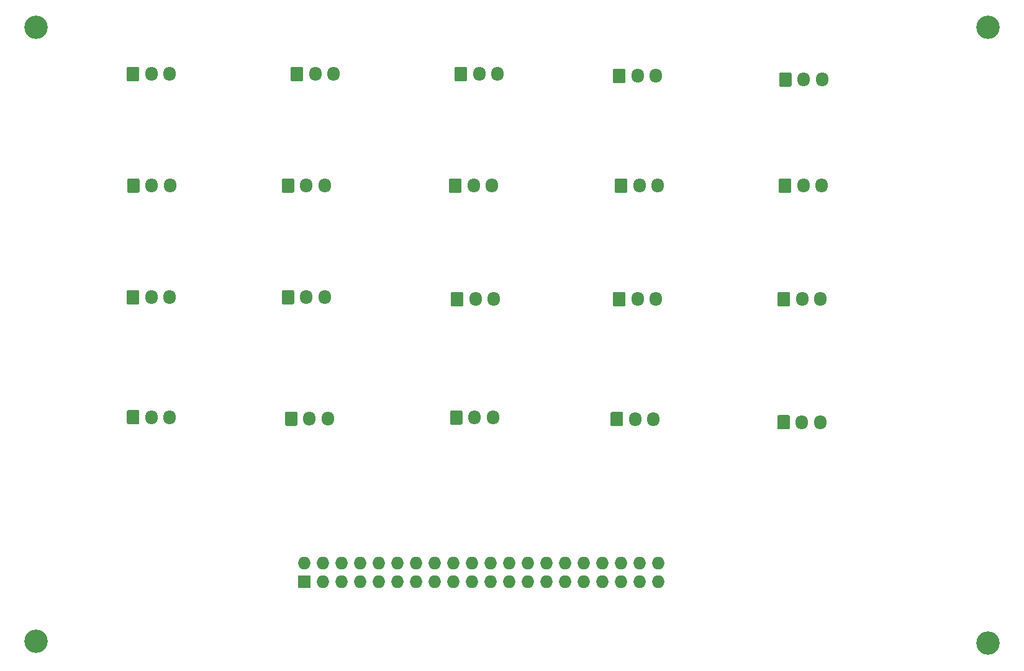
<source format=gbr>
G04 #@! TF.GenerationSoftware,KiCad,Pcbnew,5.1.5+dfsg1-2build2*
G04 #@! TF.CreationDate,2020-12-13T15:53:48+04:00*
G04 #@! TF.ProjectId,raspberryButton1,72617370-6265-4727-9279-427574746f6e,rev?*
G04 #@! TF.SameCoordinates,Original*
G04 #@! TF.FileFunction,Soldermask,Bot*
G04 #@! TF.FilePolarity,Negative*
%FSLAX46Y46*%
G04 Gerber Fmt 4.6, Leading zero omitted, Abs format (unit mm)*
G04 Created by KiCad (PCBNEW 5.1.5+dfsg1-2build2) date 2020-12-13 15:53:48*
%MOMM*%
%LPD*%
G04 APERTURE LIST*
%ADD10C,3.200000*%
%ADD11O,1.702580X1.952580*%
%ADD12C,0.100000*%
%ADD13R,1.727200X1.727200*%
%ADD14O,1.727200X1.727200*%
G04 APERTURE END LIST*
D10*
X223520000Y-38354000D03*
X223520000Y-122428000D03*
X93726000Y-122174000D03*
X93726000Y-38354000D03*
D11*
X111954320Y-91561920D03*
X109454320Y-91561920D03*
D12*
G36*
X107579863Y-90586835D02*
G01*
X107604158Y-90590439D01*
X107627983Y-90596407D01*
X107651109Y-90604681D01*
X107673312Y-90615183D01*
X107694379Y-90627810D01*
X107714106Y-90642441D01*
X107732305Y-90658935D01*
X107748799Y-90677134D01*
X107763430Y-90696861D01*
X107776057Y-90717928D01*
X107786559Y-90740131D01*
X107794833Y-90763257D01*
X107800801Y-90787082D01*
X107804405Y-90811377D01*
X107805610Y-90835909D01*
X107805610Y-92287931D01*
X107804405Y-92312463D01*
X107800801Y-92336758D01*
X107794833Y-92360583D01*
X107786559Y-92383709D01*
X107776057Y-92405912D01*
X107763430Y-92426979D01*
X107748799Y-92446706D01*
X107732305Y-92464905D01*
X107714106Y-92481399D01*
X107694379Y-92496030D01*
X107673312Y-92508657D01*
X107651109Y-92519159D01*
X107627983Y-92527433D01*
X107604158Y-92533401D01*
X107579863Y-92537005D01*
X107555331Y-92538210D01*
X106353309Y-92538210D01*
X106328777Y-92537005D01*
X106304482Y-92533401D01*
X106280657Y-92527433D01*
X106257531Y-92519159D01*
X106235328Y-92508657D01*
X106214261Y-92496030D01*
X106194534Y-92481399D01*
X106176335Y-92464905D01*
X106159841Y-92446706D01*
X106145210Y-92426979D01*
X106132583Y-92405912D01*
X106122081Y-92383709D01*
X106113807Y-92360583D01*
X106107839Y-92336758D01*
X106104235Y-92312463D01*
X106103030Y-92287931D01*
X106103030Y-90835909D01*
X106104235Y-90811377D01*
X106107839Y-90787082D01*
X106113807Y-90763257D01*
X106122081Y-90740131D01*
X106132583Y-90717928D01*
X106145210Y-90696861D01*
X106159841Y-90677134D01*
X106176335Y-90658935D01*
X106194534Y-90642441D01*
X106214261Y-90627810D01*
X106235328Y-90615183D01*
X106257531Y-90604681D01*
X106280657Y-90596407D01*
X106304482Y-90590439D01*
X106328777Y-90586835D01*
X106353309Y-90585630D01*
X107555331Y-90585630D01*
X107579863Y-90586835D01*
G37*
G36*
X129125543Y-90778915D02*
G01*
X129149838Y-90782519D01*
X129173663Y-90788487D01*
X129196789Y-90796761D01*
X129218992Y-90807263D01*
X129240059Y-90819890D01*
X129259786Y-90834521D01*
X129277985Y-90851015D01*
X129294479Y-90869214D01*
X129309110Y-90888941D01*
X129321737Y-90910008D01*
X129332239Y-90932211D01*
X129340513Y-90955337D01*
X129346481Y-90979162D01*
X129350085Y-91003457D01*
X129351290Y-91027989D01*
X129351290Y-92480011D01*
X129350085Y-92504543D01*
X129346481Y-92528838D01*
X129340513Y-92552663D01*
X129332239Y-92575789D01*
X129321737Y-92597992D01*
X129309110Y-92619059D01*
X129294479Y-92638786D01*
X129277985Y-92656985D01*
X129259786Y-92673479D01*
X129240059Y-92688110D01*
X129218992Y-92700737D01*
X129196789Y-92711239D01*
X129173663Y-92719513D01*
X129149838Y-92725481D01*
X129125543Y-92729085D01*
X129101011Y-92730290D01*
X127898989Y-92730290D01*
X127874457Y-92729085D01*
X127850162Y-92725481D01*
X127826337Y-92719513D01*
X127803211Y-92711239D01*
X127781008Y-92700737D01*
X127759941Y-92688110D01*
X127740214Y-92673479D01*
X127722015Y-92656985D01*
X127705521Y-92638786D01*
X127690890Y-92619059D01*
X127678263Y-92597992D01*
X127667761Y-92575789D01*
X127659487Y-92552663D01*
X127653519Y-92528838D01*
X127649915Y-92504543D01*
X127648710Y-92480011D01*
X127648710Y-91027989D01*
X127649915Y-91003457D01*
X127653519Y-90979162D01*
X127659487Y-90955337D01*
X127667761Y-90932211D01*
X127678263Y-90910008D01*
X127690890Y-90888941D01*
X127705521Y-90869214D01*
X127722015Y-90851015D01*
X127740214Y-90834521D01*
X127759941Y-90819890D01*
X127781008Y-90807263D01*
X127803211Y-90796761D01*
X127826337Y-90788487D01*
X127850162Y-90782519D01*
X127874457Y-90778915D01*
X127898989Y-90777710D01*
X129101011Y-90777710D01*
X129125543Y-90778915D01*
G37*
D11*
X131000000Y-91754000D03*
X133500000Y-91754000D03*
X156000000Y-91600000D03*
X153500000Y-91600000D03*
D12*
G36*
X151625543Y-90624915D02*
G01*
X151649838Y-90628519D01*
X151673663Y-90634487D01*
X151696789Y-90642761D01*
X151718992Y-90653263D01*
X151740059Y-90665890D01*
X151759786Y-90680521D01*
X151777985Y-90697015D01*
X151794479Y-90715214D01*
X151809110Y-90734941D01*
X151821737Y-90756008D01*
X151832239Y-90778211D01*
X151840513Y-90801337D01*
X151846481Y-90825162D01*
X151850085Y-90849457D01*
X151851290Y-90873989D01*
X151851290Y-92326011D01*
X151850085Y-92350543D01*
X151846481Y-92374838D01*
X151840513Y-92398663D01*
X151832239Y-92421789D01*
X151821737Y-92443992D01*
X151809110Y-92465059D01*
X151794479Y-92484786D01*
X151777985Y-92502985D01*
X151759786Y-92519479D01*
X151740059Y-92534110D01*
X151718992Y-92546737D01*
X151696789Y-92557239D01*
X151673663Y-92565513D01*
X151649838Y-92571481D01*
X151625543Y-92575085D01*
X151601011Y-92576290D01*
X150398989Y-92576290D01*
X150374457Y-92575085D01*
X150350162Y-92571481D01*
X150326337Y-92565513D01*
X150303211Y-92557239D01*
X150281008Y-92546737D01*
X150259941Y-92534110D01*
X150240214Y-92519479D01*
X150222015Y-92502985D01*
X150205521Y-92484786D01*
X150190890Y-92465059D01*
X150178263Y-92443992D01*
X150167761Y-92421789D01*
X150159487Y-92398663D01*
X150153519Y-92374838D01*
X150149915Y-92350543D01*
X150148710Y-92326011D01*
X150148710Y-90873989D01*
X150149915Y-90849457D01*
X150153519Y-90825162D01*
X150159487Y-90801337D01*
X150167761Y-90778211D01*
X150178263Y-90756008D01*
X150190890Y-90734941D01*
X150205521Y-90715214D01*
X150222015Y-90697015D01*
X150240214Y-90680521D01*
X150259941Y-90665890D01*
X150281008Y-90653263D01*
X150303211Y-90642761D01*
X150326337Y-90634487D01*
X150350162Y-90628519D01*
X150374457Y-90624915D01*
X150398989Y-90623710D01*
X151601011Y-90623710D01*
X151625543Y-90624915D01*
G37*
G36*
X173525543Y-90824915D02*
G01*
X173549838Y-90828519D01*
X173573663Y-90834487D01*
X173596789Y-90842761D01*
X173618992Y-90853263D01*
X173640059Y-90865890D01*
X173659786Y-90880521D01*
X173677985Y-90897015D01*
X173694479Y-90915214D01*
X173709110Y-90934941D01*
X173721737Y-90956008D01*
X173732239Y-90978211D01*
X173740513Y-91001337D01*
X173746481Y-91025162D01*
X173750085Y-91049457D01*
X173751290Y-91073989D01*
X173751290Y-92526011D01*
X173750085Y-92550543D01*
X173746481Y-92574838D01*
X173740513Y-92598663D01*
X173732239Y-92621789D01*
X173721737Y-92643992D01*
X173709110Y-92665059D01*
X173694479Y-92684786D01*
X173677985Y-92702985D01*
X173659786Y-92719479D01*
X173640059Y-92734110D01*
X173618992Y-92746737D01*
X173596789Y-92757239D01*
X173573663Y-92765513D01*
X173549838Y-92771481D01*
X173525543Y-92775085D01*
X173501011Y-92776290D01*
X172298989Y-92776290D01*
X172274457Y-92775085D01*
X172250162Y-92771481D01*
X172226337Y-92765513D01*
X172203211Y-92757239D01*
X172181008Y-92746737D01*
X172159941Y-92734110D01*
X172140214Y-92719479D01*
X172122015Y-92702985D01*
X172105521Y-92684786D01*
X172090890Y-92665059D01*
X172078263Y-92643992D01*
X172067761Y-92621789D01*
X172059487Y-92598663D01*
X172053519Y-92574838D01*
X172049915Y-92550543D01*
X172048710Y-92526011D01*
X172048710Y-91073989D01*
X172049915Y-91049457D01*
X172053519Y-91025162D01*
X172059487Y-91001337D01*
X172067761Y-90978211D01*
X172078263Y-90956008D01*
X172090890Y-90934941D01*
X172105521Y-90915214D01*
X172122015Y-90897015D01*
X172140214Y-90880521D01*
X172159941Y-90865890D01*
X172181008Y-90853263D01*
X172203211Y-90842761D01*
X172226337Y-90834487D01*
X172250162Y-90828519D01*
X172274457Y-90824915D01*
X172298989Y-90823710D01*
X173501011Y-90823710D01*
X173525543Y-90824915D01*
G37*
D11*
X175400000Y-91800000D03*
X177900000Y-91800000D03*
X200638000Y-92254000D03*
X198138000Y-92254000D03*
D12*
G36*
X196263543Y-91278915D02*
G01*
X196287838Y-91282519D01*
X196311663Y-91288487D01*
X196334789Y-91296761D01*
X196356992Y-91307263D01*
X196378059Y-91319890D01*
X196397786Y-91334521D01*
X196415985Y-91351015D01*
X196432479Y-91369214D01*
X196447110Y-91388941D01*
X196459737Y-91410008D01*
X196470239Y-91432211D01*
X196478513Y-91455337D01*
X196484481Y-91479162D01*
X196488085Y-91503457D01*
X196489290Y-91527989D01*
X196489290Y-92980011D01*
X196488085Y-93004543D01*
X196484481Y-93028838D01*
X196478513Y-93052663D01*
X196470239Y-93075789D01*
X196459737Y-93097992D01*
X196447110Y-93119059D01*
X196432479Y-93138786D01*
X196415985Y-93156985D01*
X196397786Y-93173479D01*
X196378059Y-93188110D01*
X196356992Y-93200737D01*
X196334789Y-93211239D01*
X196311663Y-93219513D01*
X196287838Y-93225481D01*
X196263543Y-93229085D01*
X196239011Y-93230290D01*
X195036989Y-93230290D01*
X195012457Y-93229085D01*
X194988162Y-93225481D01*
X194964337Y-93219513D01*
X194941211Y-93211239D01*
X194919008Y-93200737D01*
X194897941Y-93188110D01*
X194878214Y-93173479D01*
X194860015Y-93156985D01*
X194843521Y-93138786D01*
X194828890Y-93119059D01*
X194816263Y-93097992D01*
X194805761Y-93075789D01*
X194797487Y-93052663D01*
X194791519Y-93028838D01*
X194787915Y-93004543D01*
X194786710Y-92980011D01*
X194786710Y-91527989D01*
X194787915Y-91503457D01*
X194791519Y-91479162D01*
X194797487Y-91455337D01*
X194805761Y-91432211D01*
X194816263Y-91410008D01*
X194828890Y-91388941D01*
X194843521Y-91369214D01*
X194860015Y-91351015D01*
X194878214Y-91334521D01*
X194897941Y-91319890D01*
X194919008Y-91307263D01*
X194941211Y-91296761D01*
X194964337Y-91288487D01*
X194988162Y-91282519D01*
X195012457Y-91278915D01*
X195036989Y-91277710D01*
X196239011Y-91277710D01*
X196263543Y-91278915D01*
G37*
G36*
X107559543Y-74208915D02*
G01*
X107583838Y-74212519D01*
X107607663Y-74218487D01*
X107630789Y-74226761D01*
X107652992Y-74237263D01*
X107674059Y-74249890D01*
X107693786Y-74264521D01*
X107711985Y-74281015D01*
X107728479Y-74299214D01*
X107743110Y-74318941D01*
X107755737Y-74340008D01*
X107766239Y-74362211D01*
X107774513Y-74385337D01*
X107780481Y-74409162D01*
X107784085Y-74433457D01*
X107785290Y-74457989D01*
X107785290Y-75910011D01*
X107784085Y-75934543D01*
X107780481Y-75958838D01*
X107774513Y-75982663D01*
X107766239Y-76005789D01*
X107755737Y-76027992D01*
X107743110Y-76049059D01*
X107728479Y-76068786D01*
X107711985Y-76086985D01*
X107693786Y-76103479D01*
X107674059Y-76118110D01*
X107652992Y-76130737D01*
X107630789Y-76141239D01*
X107607663Y-76149513D01*
X107583838Y-76155481D01*
X107559543Y-76159085D01*
X107535011Y-76160290D01*
X106332989Y-76160290D01*
X106308457Y-76159085D01*
X106284162Y-76155481D01*
X106260337Y-76149513D01*
X106237211Y-76141239D01*
X106215008Y-76130737D01*
X106193941Y-76118110D01*
X106174214Y-76103479D01*
X106156015Y-76086985D01*
X106139521Y-76068786D01*
X106124890Y-76049059D01*
X106112263Y-76027992D01*
X106101761Y-76005789D01*
X106093487Y-75982663D01*
X106087519Y-75958838D01*
X106083915Y-75934543D01*
X106082710Y-75910011D01*
X106082710Y-74457989D01*
X106083915Y-74433457D01*
X106087519Y-74409162D01*
X106093487Y-74385337D01*
X106101761Y-74362211D01*
X106112263Y-74340008D01*
X106124890Y-74318941D01*
X106139521Y-74299214D01*
X106156015Y-74281015D01*
X106174214Y-74264521D01*
X106193941Y-74249890D01*
X106215008Y-74237263D01*
X106237211Y-74226761D01*
X106260337Y-74218487D01*
X106284162Y-74212519D01*
X106308457Y-74208915D01*
X106332989Y-74207710D01*
X107535011Y-74207710D01*
X107559543Y-74208915D01*
G37*
D11*
X109434000Y-75184000D03*
X111934000Y-75184000D03*
X133056000Y-75184000D03*
X130556000Y-75184000D03*
D12*
G36*
X128681543Y-74208915D02*
G01*
X128705838Y-74212519D01*
X128729663Y-74218487D01*
X128752789Y-74226761D01*
X128774992Y-74237263D01*
X128796059Y-74249890D01*
X128815786Y-74264521D01*
X128833985Y-74281015D01*
X128850479Y-74299214D01*
X128865110Y-74318941D01*
X128877737Y-74340008D01*
X128888239Y-74362211D01*
X128896513Y-74385337D01*
X128902481Y-74409162D01*
X128906085Y-74433457D01*
X128907290Y-74457989D01*
X128907290Y-75910011D01*
X128906085Y-75934543D01*
X128902481Y-75958838D01*
X128896513Y-75982663D01*
X128888239Y-76005789D01*
X128877737Y-76027992D01*
X128865110Y-76049059D01*
X128850479Y-76068786D01*
X128833985Y-76086985D01*
X128815786Y-76103479D01*
X128796059Y-76118110D01*
X128774992Y-76130737D01*
X128752789Y-76141239D01*
X128729663Y-76149513D01*
X128705838Y-76155481D01*
X128681543Y-76159085D01*
X128657011Y-76160290D01*
X127454989Y-76160290D01*
X127430457Y-76159085D01*
X127406162Y-76155481D01*
X127382337Y-76149513D01*
X127359211Y-76141239D01*
X127337008Y-76130737D01*
X127315941Y-76118110D01*
X127296214Y-76103479D01*
X127278015Y-76086985D01*
X127261521Y-76068786D01*
X127246890Y-76049059D01*
X127234263Y-76027992D01*
X127223761Y-76005789D01*
X127215487Y-75982663D01*
X127209519Y-75958838D01*
X127205915Y-75934543D01*
X127204710Y-75910011D01*
X127204710Y-74457989D01*
X127205915Y-74433457D01*
X127209519Y-74409162D01*
X127215487Y-74385337D01*
X127223761Y-74362211D01*
X127234263Y-74340008D01*
X127246890Y-74318941D01*
X127261521Y-74299214D01*
X127278015Y-74281015D01*
X127296214Y-74264521D01*
X127315941Y-74249890D01*
X127337008Y-74237263D01*
X127359211Y-74226761D01*
X127382337Y-74218487D01*
X127406162Y-74212519D01*
X127430457Y-74208915D01*
X127454989Y-74207710D01*
X128657011Y-74207710D01*
X128681543Y-74208915D01*
G37*
G36*
X151755543Y-74462915D02*
G01*
X151779838Y-74466519D01*
X151803663Y-74472487D01*
X151826789Y-74480761D01*
X151848992Y-74491263D01*
X151870059Y-74503890D01*
X151889786Y-74518521D01*
X151907985Y-74535015D01*
X151924479Y-74553214D01*
X151939110Y-74572941D01*
X151951737Y-74594008D01*
X151962239Y-74616211D01*
X151970513Y-74639337D01*
X151976481Y-74663162D01*
X151980085Y-74687457D01*
X151981290Y-74711989D01*
X151981290Y-76164011D01*
X151980085Y-76188543D01*
X151976481Y-76212838D01*
X151970513Y-76236663D01*
X151962239Y-76259789D01*
X151951737Y-76281992D01*
X151939110Y-76303059D01*
X151924479Y-76322786D01*
X151907985Y-76340985D01*
X151889786Y-76357479D01*
X151870059Y-76372110D01*
X151848992Y-76384737D01*
X151826789Y-76395239D01*
X151803663Y-76403513D01*
X151779838Y-76409481D01*
X151755543Y-76413085D01*
X151731011Y-76414290D01*
X150528989Y-76414290D01*
X150504457Y-76413085D01*
X150480162Y-76409481D01*
X150456337Y-76403513D01*
X150433211Y-76395239D01*
X150411008Y-76384737D01*
X150389941Y-76372110D01*
X150370214Y-76357479D01*
X150352015Y-76340985D01*
X150335521Y-76322786D01*
X150320890Y-76303059D01*
X150308263Y-76281992D01*
X150297761Y-76259789D01*
X150289487Y-76236663D01*
X150283519Y-76212838D01*
X150279915Y-76188543D01*
X150278710Y-76164011D01*
X150278710Y-74711989D01*
X150279915Y-74687457D01*
X150283519Y-74663162D01*
X150289487Y-74639337D01*
X150297761Y-74616211D01*
X150308263Y-74594008D01*
X150320890Y-74572941D01*
X150335521Y-74553214D01*
X150352015Y-74535015D01*
X150370214Y-74518521D01*
X150389941Y-74503890D01*
X150411008Y-74491263D01*
X150433211Y-74480761D01*
X150456337Y-74472487D01*
X150480162Y-74466519D01*
X150504457Y-74462915D01*
X150528989Y-74461710D01*
X151731011Y-74461710D01*
X151755543Y-74462915D01*
G37*
D11*
X153630000Y-75438000D03*
X156130000Y-75438000D03*
X178228000Y-75438000D03*
X175728000Y-75438000D03*
D12*
G36*
X173853543Y-74462915D02*
G01*
X173877838Y-74466519D01*
X173901663Y-74472487D01*
X173924789Y-74480761D01*
X173946992Y-74491263D01*
X173968059Y-74503890D01*
X173987786Y-74518521D01*
X174005985Y-74535015D01*
X174022479Y-74553214D01*
X174037110Y-74572941D01*
X174049737Y-74594008D01*
X174060239Y-74616211D01*
X174068513Y-74639337D01*
X174074481Y-74663162D01*
X174078085Y-74687457D01*
X174079290Y-74711989D01*
X174079290Y-76164011D01*
X174078085Y-76188543D01*
X174074481Y-76212838D01*
X174068513Y-76236663D01*
X174060239Y-76259789D01*
X174049737Y-76281992D01*
X174037110Y-76303059D01*
X174022479Y-76322786D01*
X174005985Y-76340985D01*
X173987786Y-76357479D01*
X173968059Y-76372110D01*
X173946992Y-76384737D01*
X173924789Y-76395239D01*
X173901663Y-76403513D01*
X173877838Y-76409481D01*
X173853543Y-76413085D01*
X173829011Y-76414290D01*
X172626989Y-76414290D01*
X172602457Y-76413085D01*
X172578162Y-76409481D01*
X172554337Y-76403513D01*
X172531211Y-76395239D01*
X172509008Y-76384737D01*
X172487941Y-76372110D01*
X172468214Y-76357479D01*
X172450015Y-76340985D01*
X172433521Y-76322786D01*
X172418890Y-76303059D01*
X172406263Y-76281992D01*
X172395761Y-76259789D01*
X172387487Y-76236663D01*
X172381519Y-76212838D01*
X172377915Y-76188543D01*
X172376710Y-76164011D01*
X172376710Y-74711989D01*
X172377915Y-74687457D01*
X172381519Y-74663162D01*
X172387487Y-74639337D01*
X172395761Y-74616211D01*
X172406263Y-74594008D01*
X172418890Y-74572941D01*
X172433521Y-74553214D01*
X172450015Y-74535015D01*
X172468214Y-74518521D01*
X172487941Y-74503890D01*
X172509008Y-74491263D01*
X172531211Y-74480761D01*
X172554337Y-74472487D01*
X172578162Y-74466519D01*
X172602457Y-74462915D01*
X172626989Y-74461710D01*
X173829011Y-74461710D01*
X173853543Y-74462915D01*
G37*
G36*
X196285543Y-74462915D02*
G01*
X196309838Y-74466519D01*
X196333663Y-74472487D01*
X196356789Y-74480761D01*
X196378992Y-74491263D01*
X196400059Y-74503890D01*
X196419786Y-74518521D01*
X196437985Y-74535015D01*
X196454479Y-74553214D01*
X196469110Y-74572941D01*
X196481737Y-74594008D01*
X196492239Y-74616211D01*
X196500513Y-74639337D01*
X196506481Y-74663162D01*
X196510085Y-74687457D01*
X196511290Y-74711989D01*
X196511290Y-76164011D01*
X196510085Y-76188543D01*
X196506481Y-76212838D01*
X196500513Y-76236663D01*
X196492239Y-76259789D01*
X196481737Y-76281992D01*
X196469110Y-76303059D01*
X196454479Y-76322786D01*
X196437985Y-76340985D01*
X196419786Y-76357479D01*
X196400059Y-76372110D01*
X196378992Y-76384737D01*
X196356789Y-76395239D01*
X196333663Y-76403513D01*
X196309838Y-76409481D01*
X196285543Y-76413085D01*
X196261011Y-76414290D01*
X195058989Y-76414290D01*
X195034457Y-76413085D01*
X195010162Y-76409481D01*
X194986337Y-76403513D01*
X194963211Y-76395239D01*
X194941008Y-76384737D01*
X194919941Y-76372110D01*
X194900214Y-76357479D01*
X194882015Y-76340985D01*
X194865521Y-76322786D01*
X194850890Y-76303059D01*
X194838263Y-76281992D01*
X194827761Y-76259789D01*
X194819487Y-76236663D01*
X194813519Y-76212838D01*
X194809915Y-76188543D01*
X194808710Y-76164011D01*
X194808710Y-74711989D01*
X194809915Y-74687457D01*
X194813519Y-74663162D01*
X194819487Y-74639337D01*
X194827761Y-74616211D01*
X194838263Y-74594008D01*
X194850890Y-74572941D01*
X194865521Y-74553214D01*
X194882015Y-74535015D01*
X194900214Y-74518521D01*
X194919941Y-74503890D01*
X194941008Y-74491263D01*
X194963211Y-74480761D01*
X194986337Y-74472487D01*
X195010162Y-74466519D01*
X195034457Y-74462915D01*
X195058989Y-74461710D01*
X196261011Y-74461710D01*
X196285543Y-74462915D01*
G37*
D11*
X198160000Y-75438000D03*
X200660000Y-75438000D03*
X111974000Y-59944000D03*
X109474000Y-59944000D03*
D12*
G36*
X107599543Y-58968915D02*
G01*
X107623838Y-58972519D01*
X107647663Y-58978487D01*
X107670789Y-58986761D01*
X107692992Y-58997263D01*
X107714059Y-59009890D01*
X107733786Y-59024521D01*
X107751985Y-59041015D01*
X107768479Y-59059214D01*
X107783110Y-59078941D01*
X107795737Y-59100008D01*
X107806239Y-59122211D01*
X107814513Y-59145337D01*
X107820481Y-59169162D01*
X107824085Y-59193457D01*
X107825290Y-59217989D01*
X107825290Y-60670011D01*
X107824085Y-60694543D01*
X107820481Y-60718838D01*
X107814513Y-60742663D01*
X107806239Y-60765789D01*
X107795737Y-60787992D01*
X107783110Y-60809059D01*
X107768479Y-60828786D01*
X107751985Y-60846985D01*
X107733786Y-60863479D01*
X107714059Y-60878110D01*
X107692992Y-60890737D01*
X107670789Y-60901239D01*
X107647663Y-60909513D01*
X107623838Y-60915481D01*
X107599543Y-60919085D01*
X107575011Y-60920290D01*
X106372989Y-60920290D01*
X106348457Y-60919085D01*
X106324162Y-60915481D01*
X106300337Y-60909513D01*
X106277211Y-60901239D01*
X106255008Y-60890737D01*
X106233941Y-60878110D01*
X106214214Y-60863479D01*
X106196015Y-60846985D01*
X106179521Y-60828786D01*
X106164890Y-60809059D01*
X106152263Y-60787992D01*
X106141761Y-60765789D01*
X106133487Y-60742663D01*
X106127519Y-60718838D01*
X106123915Y-60694543D01*
X106122710Y-60670011D01*
X106122710Y-59217989D01*
X106123915Y-59193457D01*
X106127519Y-59169162D01*
X106133487Y-59145337D01*
X106141761Y-59122211D01*
X106152263Y-59100008D01*
X106164890Y-59078941D01*
X106179521Y-59059214D01*
X106196015Y-59041015D01*
X106214214Y-59024521D01*
X106233941Y-59009890D01*
X106255008Y-58997263D01*
X106277211Y-58986761D01*
X106300337Y-58978487D01*
X106324162Y-58972519D01*
X106348457Y-58968915D01*
X106372989Y-58967710D01*
X107575011Y-58967710D01*
X107599543Y-58968915D01*
G37*
G36*
X128681543Y-58968915D02*
G01*
X128705838Y-58972519D01*
X128729663Y-58978487D01*
X128752789Y-58986761D01*
X128774992Y-58997263D01*
X128796059Y-59009890D01*
X128815786Y-59024521D01*
X128833985Y-59041015D01*
X128850479Y-59059214D01*
X128865110Y-59078941D01*
X128877737Y-59100008D01*
X128888239Y-59122211D01*
X128896513Y-59145337D01*
X128902481Y-59169162D01*
X128906085Y-59193457D01*
X128907290Y-59217989D01*
X128907290Y-60670011D01*
X128906085Y-60694543D01*
X128902481Y-60718838D01*
X128896513Y-60742663D01*
X128888239Y-60765789D01*
X128877737Y-60787992D01*
X128865110Y-60809059D01*
X128850479Y-60828786D01*
X128833985Y-60846985D01*
X128815786Y-60863479D01*
X128796059Y-60878110D01*
X128774992Y-60890737D01*
X128752789Y-60901239D01*
X128729663Y-60909513D01*
X128705838Y-60915481D01*
X128681543Y-60919085D01*
X128657011Y-60920290D01*
X127454989Y-60920290D01*
X127430457Y-60919085D01*
X127406162Y-60915481D01*
X127382337Y-60909513D01*
X127359211Y-60901239D01*
X127337008Y-60890737D01*
X127315941Y-60878110D01*
X127296214Y-60863479D01*
X127278015Y-60846985D01*
X127261521Y-60828786D01*
X127246890Y-60809059D01*
X127234263Y-60787992D01*
X127223761Y-60765789D01*
X127215487Y-60742663D01*
X127209519Y-60718838D01*
X127205915Y-60694543D01*
X127204710Y-60670011D01*
X127204710Y-59217989D01*
X127205915Y-59193457D01*
X127209519Y-59169162D01*
X127215487Y-59145337D01*
X127223761Y-59122211D01*
X127234263Y-59100008D01*
X127246890Y-59078941D01*
X127261521Y-59059214D01*
X127278015Y-59041015D01*
X127296214Y-59024521D01*
X127315941Y-59009890D01*
X127337008Y-58997263D01*
X127359211Y-58986761D01*
X127382337Y-58978487D01*
X127406162Y-58972519D01*
X127430457Y-58968915D01*
X127454989Y-58967710D01*
X128657011Y-58967710D01*
X128681543Y-58968915D01*
G37*
D11*
X130556000Y-59944000D03*
X133056000Y-59944000D03*
D12*
G36*
X151501543Y-58968915D02*
G01*
X151525838Y-58972519D01*
X151549663Y-58978487D01*
X151572789Y-58986761D01*
X151594992Y-58997263D01*
X151616059Y-59009890D01*
X151635786Y-59024521D01*
X151653985Y-59041015D01*
X151670479Y-59059214D01*
X151685110Y-59078941D01*
X151697737Y-59100008D01*
X151708239Y-59122211D01*
X151716513Y-59145337D01*
X151722481Y-59169162D01*
X151726085Y-59193457D01*
X151727290Y-59217989D01*
X151727290Y-60670011D01*
X151726085Y-60694543D01*
X151722481Y-60718838D01*
X151716513Y-60742663D01*
X151708239Y-60765789D01*
X151697737Y-60787992D01*
X151685110Y-60809059D01*
X151670479Y-60828786D01*
X151653985Y-60846985D01*
X151635786Y-60863479D01*
X151616059Y-60878110D01*
X151594992Y-60890737D01*
X151572789Y-60901239D01*
X151549663Y-60909513D01*
X151525838Y-60915481D01*
X151501543Y-60919085D01*
X151477011Y-60920290D01*
X150274989Y-60920290D01*
X150250457Y-60919085D01*
X150226162Y-60915481D01*
X150202337Y-60909513D01*
X150179211Y-60901239D01*
X150157008Y-60890737D01*
X150135941Y-60878110D01*
X150116214Y-60863479D01*
X150098015Y-60846985D01*
X150081521Y-60828786D01*
X150066890Y-60809059D01*
X150054263Y-60787992D01*
X150043761Y-60765789D01*
X150035487Y-60742663D01*
X150029519Y-60718838D01*
X150025915Y-60694543D01*
X150024710Y-60670011D01*
X150024710Y-59217989D01*
X150025915Y-59193457D01*
X150029519Y-59169162D01*
X150035487Y-59145337D01*
X150043761Y-59122211D01*
X150054263Y-59100008D01*
X150066890Y-59078941D01*
X150081521Y-59059214D01*
X150098015Y-59041015D01*
X150116214Y-59024521D01*
X150135941Y-59009890D01*
X150157008Y-58997263D01*
X150179211Y-58986761D01*
X150202337Y-58978487D01*
X150226162Y-58972519D01*
X150250457Y-58968915D01*
X150274989Y-58967710D01*
X151477011Y-58967710D01*
X151501543Y-58968915D01*
G37*
D11*
X153376000Y-59944000D03*
X155876000Y-59944000D03*
X178482000Y-59944000D03*
X175982000Y-59944000D03*
D12*
G36*
X174107543Y-58968915D02*
G01*
X174131838Y-58972519D01*
X174155663Y-58978487D01*
X174178789Y-58986761D01*
X174200992Y-58997263D01*
X174222059Y-59009890D01*
X174241786Y-59024521D01*
X174259985Y-59041015D01*
X174276479Y-59059214D01*
X174291110Y-59078941D01*
X174303737Y-59100008D01*
X174314239Y-59122211D01*
X174322513Y-59145337D01*
X174328481Y-59169162D01*
X174332085Y-59193457D01*
X174333290Y-59217989D01*
X174333290Y-60670011D01*
X174332085Y-60694543D01*
X174328481Y-60718838D01*
X174322513Y-60742663D01*
X174314239Y-60765789D01*
X174303737Y-60787992D01*
X174291110Y-60809059D01*
X174276479Y-60828786D01*
X174259985Y-60846985D01*
X174241786Y-60863479D01*
X174222059Y-60878110D01*
X174200992Y-60890737D01*
X174178789Y-60901239D01*
X174155663Y-60909513D01*
X174131838Y-60915481D01*
X174107543Y-60919085D01*
X174083011Y-60920290D01*
X172880989Y-60920290D01*
X172856457Y-60919085D01*
X172832162Y-60915481D01*
X172808337Y-60909513D01*
X172785211Y-60901239D01*
X172763008Y-60890737D01*
X172741941Y-60878110D01*
X172722214Y-60863479D01*
X172704015Y-60846985D01*
X172687521Y-60828786D01*
X172672890Y-60809059D01*
X172660263Y-60787992D01*
X172649761Y-60765789D01*
X172641487Y-60742663D01*
X172635519Y-60718838D01*
X172631915Y-60694543D01*
X172630710Y-60670011D01*
X172630710Y-59217989D01*
X172631915Y-59193457D01*
X172635519Y-59169162D01*
X172641487Y-59145337D01*
X172649761Y-59122211D01*
X172660263Y-59100008D01*
X172672890Y-59078941D01*
X172687521Y-59059214D01*
X172704015Y-59041015D01*
X172722214Y-59024521D01*
X172741941Y-59009890D01*
X172763008Y-58997263D01*
X172785211Y-58986761D01*
X172808337Y-58978487D01*
X172832162Y-58972519D01*
X172856457Y-58968915D01*
X172880989Y-58967710D01*
X174083011Y-58967710D01*
X174107543Y-58968915D01*
G37*
G36*
X196459543Y-58968915D02*
G01*
X196483838Y-58972519D01*
X196507663Y-58978487D01*
X196530789Y-58986761D01*
X196552992Y-58997263D01*
X196574059Y-59009890D01*
X196593786Y-59024521D01*
X196611985Y-59041015D01*
X196628479Y-59059214D01*
X196643110Y-59078941D01*
X196655737Y-59100008D01*
X196666239Y-59122211D01*
X196674513Y-59145337D01*
X196680481Y-59169162D01*
X196684085Y-59193457D01*
X196685290Y-59217989D01*
X196685290Y-60670011D01*
X196684085Y-60694543D01*
X196680481Y-60718838D01*
X196674513Y-60742663D01*
X196666239Y-60765789D01*
X196655737Y-60787992D01*
X196643110Y-60809059D01*
X196628479Y-60828786D01*
X196611985Y-60846985D01*
X196593786Y-60863479D01*
X196574059Y-60878110D01*
X196552992Y-60890737D01*
X196530789Y-60901239D01*
X196507663Y-60909513D01*
X196483838Y-60915481D01*
X196459543Y-60919085D01*
X196435011Y-60920290D01*
X195232989Y-60920290D01*
X195208457Y-60919085D01*
X195184162Y-60915481D01*
X195160337Y-60909513D01*
X195137211Y-60901239D01*
X195115008Y-60890737D01*
X195093941Y-60878110D01*
X195074214Y-60863479D01*
X195056015Y-60846985D01*
X195039521Y-60828786D01*
X195024890Y-60809059D01*
X195012263Y-60787992D01*
X195001761Y-60765789D01*
X194993487Y-60742663D01*
X194987519Y-60718838D01*
X194983915Y-60694543D01*
X194982710Y-60670011D01*
X194982710Y-59217989D01*
X194983915Y-59193457D01*
X194987519Y-59169162D01*
X194993487Y-59145337D01*
X195001761Y-59122211D01*
X195012263Y-59100008D01*
X195024890Y-59078941D01*
X195039521Y-59059214D01*
X195056015Y-59041015D01*
X195074214Y-59024521D01*
X195093941Y-59009890D01*
X195115008Y-58997263D01*
X195137211Y-58986761D01*
X195160337Y-58978487D01*
X195184162Y-58972519D01*
X195208457Y-58968915D01*
X195232989Y-58967710D01*
X196435011Y-58967710D01*
X196459543Y-58968915D01*
G37*
D11*
X198334000Y-59944000D03*
X200834000Y-59944000D03*
X111934000Y-44704000D03*
X109434000Y-44704000D03*
D12*
G36*
X107559543Y-43728915D02*
G01*
X107583838Y-43732519D01*
X107607663Y-43738487D01*
X107630789Y-43746761D01*
X107652992Y-43757263D01*
X107674059Y-43769890D01*
X107693786Y-43784521D01*
X107711985Y-43801015D01*
X107728479Y-43819214D01*
X107743110Y-43838941D01*
X107755737Y-43860008D01*
X107766239Y-43882211D01*
X107774513Y-43905337D01*
X107780481Y-43929162D01*
X107784085Y-43953457D01*
X107785290Y-43977989D01*
X107785290Y-45430011D01*
X107784085Y-45454543D01*
X107780481Y-45478838D01*
X107774513Y-45502663D01*
X107766239Y-45525789D01*
X107755737Y-45547992D01*
X107743110Y-45569059D01*
X107728479Y-45588786D01*
X107711985Y-45606985D01*
X107693786Y-45623479D01*
X107674059Y-45638110D01*
X107652992Y-45650737D01*
X107630789Y-45661239D01*
X107607663Y-45669513D01*
X107583838Y-45675481D01*
X107559543Y-45679085D01*
X107535011Y-45680290D01*
X106332989Y-45680290D01*
X106308457Y-45679085D01*
X106284162Y-45675481D01*
X106260337Y-45669513D01*
X106237211Y-45661239D01*
X106215008Y-45650737D01*
X106193941Y-45638110D01*
X106174214Y-45623479D01*
X106156015Y-45606985D01*
X106139521Y-45588786D01*
X106124890Y-45569059D01*
X106112263Y-45547992D01*
X106101761Y-45525789D01*
X106093487Y-45502663D01*
X106087519Y-45478838D01*
X106083915Y-45454543D01*
X106082710Y-45430011D01*
X106082710Y-43977989D01*
X106083915Y-43953457D01*
X106087519Y-43929162D01*
X106093487Y-43905337D01*
X106101761Y-43882211D01*
X106112263Y-43860008D01*
X106124890Y-43838941D01*
X106139521Y-43819214D01*
X106156015Y-43801015D01*
X106174214Y-43784521D01*
X106193941Y-43769890D01*
X106215008Y-43757263D01*
X106237211Y-43746761D01*
X106260337Y-43738487D01*
X106284162Y-43732519D01*
X106308457Y-43728915D01*
X106332989Y-43727710D01*
X107535011Y-43727710D01*
X107559543Y-43728915D01*
G37*
D11*
X134286000Y-44704000D03*
X131786000Y-44704000D03*
D12*
G36*
X129911543Y-43728915D02*
G01*
X129935838Y-43732519D01*
X129959663Y-43738487D01*
X129982789Y-43746761D01*
X130004992Y-43757263D01*
X130026059Y-43769890D01*
X130045786Y-43784521D01*
X130063985Y-43801015D01*
X130080479Y-43819214D01*
X130095110Y-43838941D01*
X130107737Y-43860008D01*
X130118239Y-43882211D01*
X130126513Y-43905337D01*
X130132481Y-43929162D01*
X130136085Y-43953457D01*
X130137290Y-43977989D01*
X130137290Y-45430011D01*
X130136085Y-45454543D01*
X130132481Y-45478838D01*
X130126513Y-45502663D01*
X130118239Y-45525789D01*
X130107737Y-45547992D01*
X130095110Y-45569059D01*
X130080479Y-45588786D01*
X130063985Y-45606985D01*
X130045786Y-45623479D01*
X130026059Y-45638110D01*
X130004992Y-45650737D01*
X129982789Y-45661239D01*
X129959663Y-45669513D01*
X129935838Y-45675481D01*
X129911543Y-45679085D01*
X129887011Y-45680290D01*
X128684989Y-45680290D01*
X128660457Y-45679085D01*
X128636162Y-45675481D01*
X128612337Y-45669513D01*
X128589211Y-45661239D01*
X128567008Y-45650737D01*
X128545941Y-45638110D01*
X128526214Y-45623479D01*
X128508015Y-45606985D01*
X128491521Y-45588786D01*
X128476890Y-45569059D01*
X128464263Y-45547992D01*
X128453761Y-45525789D01*
X128445487Y-45502663D01*
X128439519Y-45478838D01*
X128435915Y-45454543D01*
X128434710Y-45430011D01*
X128434710Y-43977989D01*
X128435915Y-43953457D01*
X128439519Y-43929162D01*
X128445487Y-43905337D01*
X128453761Y-43882211D01*
X128464263Y-43860008D01*
X128476890Y-43838941D01*
X128491521Y-43819214D01*
X128508015Y-43801015D01*
X128526214Y-43784521D01*
X128545941Y-43769890D01*
X128567008Y-43757263D01*
X128589211Y-43746761D01*
X128612337Y-43738487D01*
X128636162Y-43732519D01*
X128660457Y-43728915D01*
X128684989Y-43727710D01*
X129887011Y-43727710D01*
X129911543Y-43728915D01*
G37*
G36*
X152263543Y-43728915D02*
G01*
X152287838Y-43732519D01*
X152311663Y-43738487D01*
X152334789Y-43746761D01*
X152356992Y-43757263D01*
X152378059Y-43769890D01*
X152397786Y-43784521D01*
X152415985Y-43801015D01*
X152432479Y-43819214D01*
X152447110Y-43838941D01*
X152459737Y-43860008D01*
X152470239Y-43882211D01*
X152478513Y-43905337D01*
X152484481Y-43929162D01*
X152488085Y-43953457D01*
X152489290Y-43977989D01*
X152489290Y-45430011D01*
X152488085Y-45454543D01*
X152484481Y-45478838D01*
X152478513Y-45502663D01*
X152470239Y-45525789D01*
X152459737Y-45547992D01*
X152447110Y-45569059D01*
X152432479Y-45588786D01*
X152415985Y-45606985D01*
X152397786Y-45623479D01*
X152378059Y-45638110D01*
X152356992Y-45650737D01*
X152334789Y-45661239D01*
X152311663Y-45669513D01*
X152287838Y-45675481D01*
X152263543Y-45679085D01*
X152239011Y-45680290D01*
X151036989Y-45680290D01*
X151012457Y-45679085D01*
X150988162Y-45675481D01*
X150964337Y-45669513D01*
X150941211Y-45661239D01*
X150919008Y-45650737D01*
X150897941Y-45638110D01*
X150878214Y-45623479D01*
X150860015Y-45606985D01*
X150843521Y-45588786D01*
X150828890Y-45569059D01*
X150816263Y-45547992D01*
X150805761Y-45525789D01*
X150797487Y-45502663D01*
X150791519Y-45478838D01*
X150787915Y-45454543D01*
X150786710Y-45430011D01*
X150786710Y-43977989D01*
X150787915Y-43953457D01*
X150791519Y-43929162D01*
X150797487Y-43905337D01*
X150805761Y-43882211D01*
X150816263Y-43860008D01*
X150828890Y-43838941D01*
X150843521Y-43819214D01*
X150860015Y-43801015D01*
X150878214Y-43784521D01*
X150897941Y-43769890D01*
X150919008Y-43757263D01*
X150941211Y-43746761D01*
X150964337Y-43738487D01*
X150988162Y-43732519D01*
X151012457Y-43728915D01*
X151036989Y-43727710D01*
X152239011Y-43727710D01*
X152263543Y-43728915D01*
G37*
D11*
X154138000Y-44704000D03*
X156638000Y-44704000D03*
D12*
G36*
X173853543Y-43982915D02*
G01*
X173877838Y-43986519D01*
X173901663Y-43992487D01*
X173924789Y-44000761D01*
X173946992Y-44011263D01*
X173968059Y-44023890D01*
X173987786Y-44038521D01*
X174005985Y-44055015D01*
X174022479Y-44073214D01*
X174037110Y-44092941D01*
X174049737Y-44114008D01*
X174060239Y-44136211D01*
X174068513Y-44159337D01*
X174074481Y-44183162D01*
X174078085Y-44207457D01*
X174079290Y-44231989D01*
X174079290Y-45684011D01*
X174078085Y-45708543D01*
X174074481Y-45732838D01*
X174068513Y-45756663D01*
X174060239Y-45779789D01*
X174049737Y-45801992D01*
X174037110Y-45823059D01*
X174022479Y-45842786D01*
X174005985Y-45860985D01*
X173987786Y-45877479D01*
X173968059Y-45892110D01*
X173946992Y-45904737D01*
X173924789Y-45915239D01*
X173901663Y-45923513D01*
X173877838Y-45929481D01*
X173853543Y-45933085D01*
X173829011Y-45934290D01*
X172626989Y-45934290D01*
X172602457Y-45933085D01*
X172578162Y-45929481D01*
X172554337Y-45923513D01*
X172531211Y-45915239D01*
X172509008Y-45904737D01*
X172487941Y-45892110D01*
X172468214Y-45877479D01*
X172450015Y-45860985D01*
X172433521Y-45842786D01*
X172418890Y-45823059D01*
X172406263Y-45801992D01*
X172395761Y-45779789D01*
X172387487Y-45756663D01*
X172381519Y-45732838D01*
X172377915Y-45708543D01*
X172376710Y-45684011D01*
X172376710Y-44231989D01*
X172377915Y-44207457D01*
X172381519Y-44183162D01*
X172387487Y-44159337D01*
X172395761Y-44136211D01*
X172406263Y-44114008D01*
X172418890Y-44092941D01*
X172433521Y-44073214D01*
X172450015Y-44055015D01*
X172468214Y-44038521D01*
X172487941Y-44023890D01*
X172509008Y-44011263D01*
X172531211Y-44000761D01*
X172554337Y-43992487D01*
X172578162Y-43986519D01*
X172602457Y-43982915D01*
X172626989Y-43981710D01*
X173829011Y-43981710D01*
X173853543Y-43982915D01*
G37*
D11*
X175728000Y-44958000D03*
X178228000Y-44958000D03*
X200874000Y-45466000D03*
X198374000Y-45466000D03*
D12*
G36*
X196499543Y-44490915D02*
G01*
X196523838Y-44494519D01*
X196547663Y-44500487D01*
X196570789Y-44508761D01*
X196592992Y-44519263D01*
X196614059Y-44531890D01*
X196633786Y-44546521D01*
X196651985Y-44563015D01*
X196668479Y-44581214D01*
X196683110Y-44600941D01*
X196695737Y-44622008D01*
X196706239Y-44644211D01*
X196714513Y-44667337D01*
X196720481Y-44691162D01*
X196724085Y-44715457D01*
X196725290Y-44739989D01*
X196725290Y-46192011D01*
X196724085Y-46216543D01*
X196720481Y-46240838D01*
X196714513Y-46264663D01*
X196706239Y-46287789D01*
X196695737Y-46309992D01*
X196683110Y-46331059D01*
X196668479Y-46350786D01*
X196651985Y-46368985D01*
X196633786Y-46385479D01*
X196614059Y-46400110D01*
X196592992Y-46412737D01*
X196570789Y-46423239D01*
X196547663Y-46431513D01*
X196523838Y-46437481D01*
X196499543Y-46441085D01*
X196475011Y-46442290D01*
X195272989Y-46442290D01*
X195248457Y-46441085D01*
X195224162Y-46437481D01*
X195200337Y-46431513D01*
X195177211Y-46423239D01*
X195155008Y-46412737D01*
X195133941Y-46400110D01*
X195114214Y-46385479D01*
X195096015Y-46368985D01*
X195079521Y-46350786D01*
X195064890Y-46331059D01*
X195052263Y-46309992D01*
X195041761Y-46287789D01*
X195033487Y-46264663D01*
X195027519Y-46240838D01*
X195023915Y-46216543D01*
X195022710Y-46192011D01*
X195022710Y-44739989D01*
X195023915Y-44715457D01*
X195027519Y-44691162D01*
X195033487Y-44667337D01*
X195041761Y-44644211D01*
X195052263Y-44622008D01*
X195064890Y-44600941D01*
X195079521Y-44581214D01*
X195096015Y-44563015D01*
X195114214Y-44546521D01*
X195133941Y-44531890D01*
X195155008Y-44519263D01*
X195177211Y-44508761D01*
X195200337Y-44500487D01*
X195224162Y-44494519D01*
X195248457Y-44490915D01*
X195272989Y-44489710D01*
X196475011Y-44489710D01*
X196499543Y-44490915D01*
G37*
D13*
X130302000Y-114046000D03*
D14*
X130302000Y-111506000D03*
X132842000Y-114046000D03*
X132842000Y-111506000D03*
X135382000Y-114046000D03*
X135382000Y-111506000D03*
X137922000Y-114046000D03*
X137922000Y-111506000D03*
X140462000Y-114046000D03*
X140462000Y-111506000D03*
X143002000Y-114046000D03*
X143002000Y-111506000D03*
X145542000Y-114046000D03*
X145542000Y-111506000D03*
X148082000Y-114046000D03*
X148082000Y-111506000D03*
X150622000Y-114046000D03*
X150622000Y-111506000D03*
X153162000Y-114046000D03*
X153162000Y-111506000D03*
X155702000Y-114046000D03*
X155702000Y-111506000D03*
X158242000Y-114046000D03*
X158242000Y-111506000D03*
X160782000Y-114046000D03*
X160782000Y-111506000D03*
X163322000Y-114046000D03*
X163322000Y-111506000D03*
X165862000Y-114046000D03*
X165862000Y-111506000D03*
X168402000Y-114046000D03*
X168402000Y-111506000D03*
X170942000Y-114046000D03*
X170942000Y-111506000D03*
X173482000Y-114046000D03*
X173482000Y-111506000D03*
X176022000Y-114046000D03*
X176022000Y-111506000D03*
X178562000Y-114046000D03*
X178562000Y-111506000D03*
M02*

</source>
